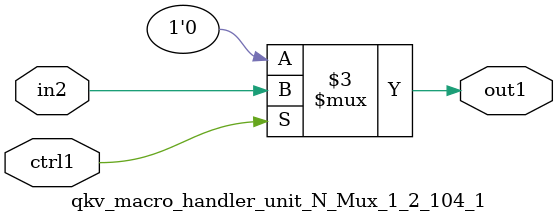
<source format=v>

`timescale 1ps / 1ps


module qkv_macro_handler_unit_N_Mux_1_2_104_1( in2, ctrl1, out1 );

    input in2;
    input ctrl1;
    output out1;
    reg out1;

    
    // rtl_process:qkv_macro_handler_unit_N_Mux_1_2_104_1/qkv_macro_handler_unit_N_Mux_1_2_104_1_thread_1
    always @*
      begin : qkv_macro_handler_unit_N_Mux_1_2_104_1_thread_1
        case (ctrl1) 
          1'b1: 
            begin
              out1 = in2;
            end
          default: 
            begin
              out1 = 1'b0;
            end
        endcase
      end

endmodule



</source>
